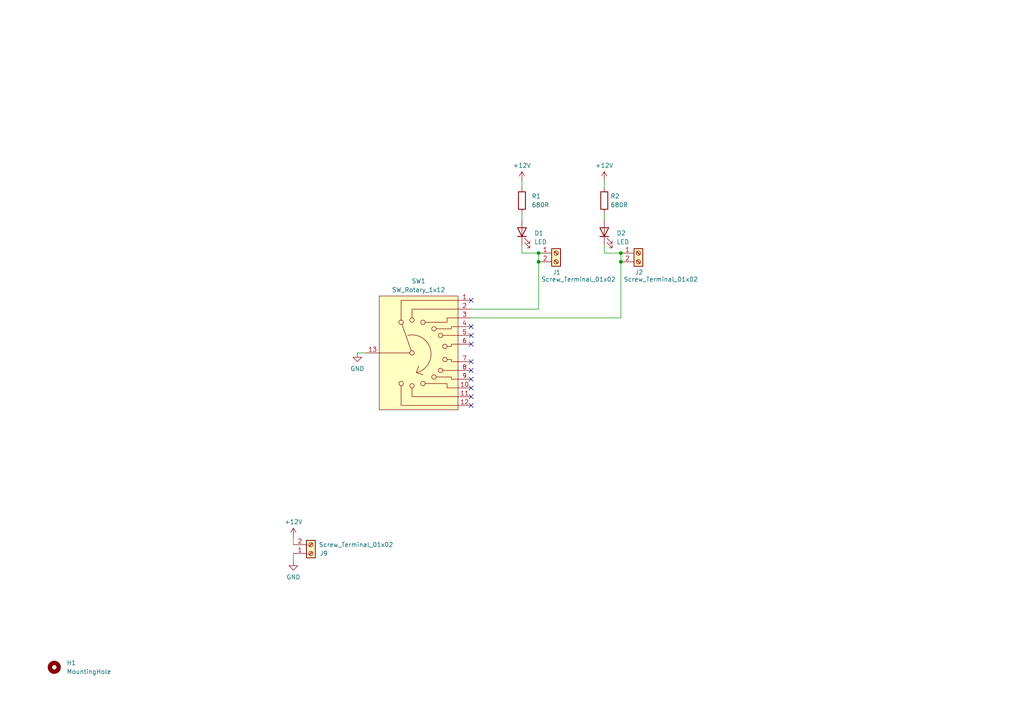
<source format=kicad_sch>
(kicad_sch (version 20250114) (generator "eeschema") (generator_version "9.0")
  (paper "A4")
  (title_block (title "Amp Switcher - 2-way Control Matrix") (date "2025-03-17") (rev "1.0") (comment 3 "SPDX-FileCopyrightText: 2025 Arnaud Ferraris <aferraris@debian.org>") (comment 4 "SPDX-License-Identifier: CERN-OHL-S-2.0+"))
  (lib_symbols
    (symbol "Connector:Screw_Terminal_01x02" (pin_names (offset 1.016) (hide yes))
      (property "Reference" "J" (at 0 2.54 0))
      (property "Value" "Screw_Terminal_01x02" (at 0 -5.08 0))
      (symbol "Screw_Terminal_01x02_1_1"
        (rectangle (start -1.27 1.27) (end 1.27 -3.81) (stroke (width 0.254)) (fill (type background)))
        (polyline (pts (xy -0.5334 0.3302) (xy 0.3302 -0.508)) (stroke (width 0.1524)))
        (polyline (pts (xy -0.5334 -2.2098) (xy 0.3302 -3.048)) (stroke (width 0.1524)))
        (polyline (pts (xy -0.3556 0.508) (xy 0.508 -0.3302)) (stroke (width 0.1524)))
        (polyline (pts (xy -0.3556 -2.032) (xy 0.508 -2.8702)) (stroke (width 0.1524)))
        (circle (center 0 0) (radius 0.635) (stroke (width 0.1524)))
        (circle (center 0 -2.54) (radius 0.635) (stroke (width 0.1524)))
        (pin passive line (at -5.08 0 0) (length 3.81) (name "Pin_1") (number "1"))
        (pin passive line (at -5.08 -2.54 0) (length 3.81) (name "Pin_2") (number "2"))
      )
    )
    (symbol "Device:LED" (pin_numbers (hide yes)) (pin_names (offset 1.016) (hide yes))
      (property "Reference" "D" (at 0 2.54 0))
      (property "Value" "LED" (at 0 -2.54 0))
      (symbol "LED_0_1"
        (polyline (pts (xy -3.048 -0.762) (xy -4.572 -2.286) (xy -3.81 -2.286) (xy -4.572 -2.286) (xy -4.572 -1.524)))
        (polyline (pts (xy -1.778 -0.762) (xy -3.302 -2.286) (xy -2.54 -2.286) (xy -3.302 -2.286) (xy -3.302 -1.524)))
        (polyline (pts (xy -1.27 0) (xy 1.27 0)))
        (polyline (pts (xy -1.27 -1.27) (xy -1.27 1.27)) (stroke (width 0.254)))
        (polyline (pts (xy 1.27 -1.27) (xy 1.27 1.27) (xy -1.27 0) (xy 1.27 -1.27)) (stroke (width 0.254)))
      )
      (symbol "LED_1_1"
        (pin passive line (at -3.81 0 0) (length 2.54) (name "K") (number "1"))
        (pin passive line (at 3.81 0 180) (length 2.54) (name "A") (number "2"))
      )
    )
    (symbol "Device:R" (pin_numbers (hide yes)) (pin_names (offset 0))
      (property "Reference" "R" (at 2.032 0 90))
      (property "Value" "R" (at 0 0 90))
      (symbol "R_0_1"
        (rectangle (start -1.016 -2.54) (end 1.016 2.54) (stroke (width 0.254)))
      )
      (symbol "R_1_1"
        (pin passive line (at 0 3.81 270) (length 1.27) (name "~") (number "1"))
        (pin passive line (at 0 -3.81 90) (length 1.27) (name "~") (number "2"))
      )
    )
    (symbol "Mechanical:MountingHole" (pin_names (offset 1.016)) (exclude_from_sim yes) (in_bom no)
      (property "Reference" "H" (at 0 5.08 0))
      (property "Value" "MountingHole" (at 0 3.175 0))
      (symbol "MountingHole_0_1"
        (circle (center 0 0) (radius 1.27) (stroke (width 1.27)))
      )
    )
    (symbol "Switch:SW_Rotary_1x12" (pin_names (offset 1.016) (hide yes))
      (property "Reference" "SW" (at 0 17.78 0))
      (property "Value" "SW_Rotary_1x12" (at 0 -17.78 0))
      (symbol "SW_Rotary_1x12_0_0"
        (polyline (pts (xy -5.08 9.525) (xy -5.08 15.24) (xy 11.43 15.24)))
        (circle (center -5.08 8.89) (radius 0.635))
        (circle (center -5.08 -8.89) (radius 0.635))
        (polyline (pts (xy -5.08 -9.525) (xy -5.08 -15.24) (xy 11.43 -15.24)))
        (polyline (pts (xy -2.1336 0.6096) (xy -4.826 8.2804)))
        (arc (start -3.175 5.08) (mid 3.4777 0.949) (end -0.635 -5.715))
        (polyline (pts (xy -1.905 10.16) (xy -1.905 12.7) (xy 11.43 12.7)))
        (circle (center -1.905 9.525) (radius 0.635))
        (circle (center -1.905 0) (radius 0.635))
        (circle (center -1.905 -9.525) (radius 0.635))
        (polyline (pts (xy -1.905 -10.16) (xy -1.905 -12.7) (xy 11.43 -12.7)))
        (polyline (pts (xy -0.635 -5.715) (xy 0 -3.81)))
        (polyline (pts (xy -0.635 -5.715) (xy 1.27 -6.35)))
        (circle (center 1.27 8.89) (radius 0.635))
        (circle (center 1.27 -8.89) (radius 0.635))
        (polyline (pts (xy 1.905 8.89) (xy 8.255 8.89) (xy 8.255 10.16) (xy 11.43 10.16)))
        (polyline (pts (xy 1.905 -8.89) (xy 8.255 -8.89) (xy 8.255 -10.16) (xy 11.43 -10.16)))
        (circle (center 4.445 6.985) (radius 0.635))
        (circle (center 4.445 -6.985) (radius 0.635))
        (polyline (pts (xy 5.08 6.985) (xy 9.525 6.985) (xy 9.525 7.62) (xy 11.43 7.62)))
        (polyline (pts (xy 5.08 -6.985) (xy 9.525 -6.985) (xy 9.525 -7.62) (xy 11.43 -7.62)))
        (circle (center 6.35 5.08) (radius 0.635))
        (circle (center 6.35 -5.08) (radius 0.635))
        (polyline (pts (xy 6.985 5.08) (xy 11.43 5.08)))
        (polyline (pts (xy 6.985 -5.08) (xy 11.43 -5.08)))
        (circle (center 7.62 1.905) (radius 0.635))
        (circle (center 7.62 -1.905) (radius 0.635))
        (polyline (pts (xy 8.255 1.905) (xy 9.525 1.905) (xy 9.525 2.54) (xy 11.43 2.54)))
        (polyline (pts (xy 8.255 -1.905) (xy 9.525 -1.905) (xy 9.525 -2.54) (xy 11.43 -2.54)))
      )
      (symbol "SW_Rotary_1x12_1_1"
        (rectangle (start -11.43 16.51) (end 11.43 -16.51) (fill (type background)))
        (polyline (pts (xy -11.43 0) (xy -2.54 0)))
        (pin passive line (at -15.24 0 0) (length 3.81) (name "13") (number "13"))
        (pin passive line (at 15.24 15.24 180) (length 3.81) (name "1") (number "1"))
        (pin passive line (at 15.24 12.7 180) (length 3.81) (name "2") (number "2"))
        (pin passive line (at 15.24 10.16 180) (length 3.81) (name "3") (number "3"))
        (pin passive line (at 15.24 7.62 180) (length 3.81) (name "4") (number "4"))
        (pin passive line (at 15.24 5.08 180) (length 3.81) (name "5") (number "5"))
        (pin passive line (at 15.24 2.54 180) (length 3.81) (name "6") (number "6"))
        (pin passive line (at 15.24 -2.54 180) (length 3.81) (name "7") (number "7"))
        (pin passive line (at 15.24 -5.08 180) (length 3.81) (name "8") (number "8"))
        (pin passive line (at 15.24 -7.62 180) (length 3.81) (name "9") (number "9"))
        (pin passive line (at 15.24 -10.16 180) (length 3.81) (name "10") (number "10"))
        (pin passive line (at 15.24 -12.7 180) (length 3.81) (name "11") (number "11"))
        (pin passive line (at 15.24 -15.24 180) (length 3.81) (name "12") (number "12"))
      )
    )
    (symbol "power:+12V" (power) (pin_numbers (hide yes)) (pin_names (offset 0) (hide yes))
      (property "Value" "+12V" (at 0 3.556 0))
      (symbol "+12V_0_1"
        (polyline (pts (xy -0.762 1.27) (xy 0 2.54)))
        (polyline (pts (xy 0 2.54) (xy 0.762 1.27)))
        (polyline (pts (xy 0 0) (xy 0 2.54)))
      )
      (symbol "+12V_1_1"
        (pin power_in line (at 0 0 90) (length 0) (name "~") (number "1"))
      )
    )
    (symbol "power:GND" (power) (pin_numbers (hide yes)) (pin_names (offset 0) (hide yes))
      (property "Value" "GND" (at 0 -3.81 0))
      (symbol "GND_0_1"
        (polyline (pts (xy 0 0) (xy 0 -1.27) (xy 1.27 -1.27) (xy 0 -2.54) (xy -1.27 -1.27) (xy 0 -1.27)))
      )
      (symbol "GND_1_1"
        (pin power_in line (at 0 0 270) (length 0) (name "~") (number "1"))
      )
    )
  )
  (junction (at 180.086 73.406))
  (junction (at 156.21 73.406))
  (junction (at 180.086 75.946))
  (junction (at 156.21 75.946))
  (no_connect (at 136.652 115.062))
  (no_connect (at 136.652 104.902))
  (no_connect (at 136.652 97.282))
  (no_connect (at 136.652 107.442))
  (no_connect (at 136.652 117.602))
  (no_connect (at 136.652 87.122))
  (no_connect (at 136.652 99.822))
  (no_connect (at 136.652 112.522))
  (no_connect (at 136.652 109.982))
  (no_connect (at 136.652 94.742))
  (wire (pts (xy 151.384 52.324) (xy 151.384 54.356)))
  (wire (pts (xy 85.09 160.528) (xy 85.09 162.814)))
  (wire (pts (xy 180.086 73.406) (xy 180.086 75.946)))
  (wire (pts (xy 136.652 92.202) (xy 180.086 92.202)))
  (wire (pts (xy 156.21 89.662) (xy 156.21 75.946)))
  (wire (pts (xy 175.26 73.406) (xy 180.086 73.406)))
  (wire (pts (xy 175.26 61.976) (xy 175.26 63.5)))
  (wire (pts (xy 151.384 73.406) (xy 156.21 73.406)))
  (wire (pts (xy 175.26 52.324) (xy 175.26 54.356)))
  (wire (pts (xy 156.21 73.406) (xy 156.21 75.946)))
  (wire (pts (xy 151.384 71.12) (xy 151.384 73.406)))
  (wire (pts (xy 136.652 89.662) (xy 156.21 89.662)))
  (wire (pts (xy 175.26 71.12) (xy 175.26 73.406)))
  (wire (pts (xy 151.384 61.976) (xy 151.384 63.5)))
  (wire (pts (xy 180.086 92.202) (xy 180.086 75.946)))
  (wire (pts (xy 103.632 102.362) (xy 106.172 102.362)))
  (wire (pts (xy 85.09 155.702) (xy 85.09 157.988)))
  (symbol (lib_id "Connector:Screw_Terminal_01x02") (at 90.17 160.528 0) (mirror x) (unit 1)
    (property "Reference" "J9" (at 92.71 160.528 0) (effects (justify left)))
    (property "Value" "Screw_Terminal_01x02" (at 92.456 157.988 0) (effects (justify left)))
    (property "Footprint" "TerminalBlock:TerminalBlock_bornier-2_P5.08mm" (effects (hide yes)))
    (property "Description" "Generic screw terminal, single row, 01x02, script generated (kicad-library-utils/schlib/autogen/connector/)" (effects (hide yes)))
  )
  (symbol (lib_id "Connector:Screw_Terminal_01x02") (at 161.29 73.406 0) (unit 1)
    (property "Reference" "J1" (at 160.274 78.994 0) (effects (justify left)))
    (property "Value" "Screw_Terminal_01x02" (at 156.972 81.026 0) (effects (justify left)))
    (property "Footprint" "TerminalBlock:TerminalBlock_bornier-2_P5.08mm" (effects (hide yes)))
    (property "Description" "Generic screw terminal, single row, 01x02, script generated (kicad-library-utils/schlib/autogen/connector/)" (effects (hide yes)))
  )
  (symbol (lib_id "Switch:SW_Rotary_1x12") (at 121.412 102.362 0) (unit 1)
    (property "Reference" "SW1" (at 121.412 81.534 0))
    (property "Value" "SW_Rotary_1x12" (at 121.412 84.074 0))
    (property "Footprint" "Personal_Footprints:CK1059" (effects (hide yes)))
    (property "Datasheet" "http://cdn-reichelt.de/documents/datenblatt/C200/DS-Serie%23LOR.pdf" (effects (hide yes)))
    (property "Description" "rotary switch with 12 positions" (effects (hide yes)))
  )
  (symbol (lib_id "Connector:Screw_Terminal_01x02") (at 185.166 73.406 0) (unit 1)
    (property "Reference" "J2" (at 184.15 78.994 0) (effects (justify left)))
    (property "Value" "Screw_Terminal_01x02" (at 180.848 81.026 0) (effects (justify left)))
    (property "Footprint" "TerminalBlock:TerminalBlock_bornier-2_P5.08mm" (effects (hide yes)))
    (property "Description" "Generic screw terminal, single row, 01x02, script generated (kicad-library-utils/schlib/autogen/connector/)" (effects (hide yes)))
  )
  (symbol (lib_id "power:GND") (at 103.632 102.362 0) (unit 1)
    (property "Reference" "#PWR02" (effects (hide yes)))
    (property "Value" "GND" (at 103.632 106.934 0))
    (property "Description" "Power symbol creates a global label with name \"GND\" , ground" (effects (hide yes)))
  )
  (symbol (lib_id "Device:LED") (at 175.26 67.31 90) (unit 1)
    (property "Reference" "D2" (at 178.816 67.6274 90) (effects (justify right)))
    (property "Value" "LED" (at 178.816 70.1674 90) (effects (justify right)))
    (property "Footprint" "LED_THT:LED_D3.0mm" (effects (hide yes)))
    (property "Description" "Light emitting diode" (effects (hide yes)))
    (property "Sim.Pins" "1=K 2=A" (effects (hide yes)))
  )
  (symbol (lib_id "power:+12V") (at 151.384 52.324 0) (unit 1)
    (property "Reference" "#PWR01" (effects (hide yes)))
    (property "Value" "+12V" (at 151.384 48.006 0))
    (property "Description" "Power symbol creates a global label with name \"+12V\"" (effects (hide yes)))
  )
  (symbol (lib_id "power:+12V") (at 85.09 155.702 0) (unit 1)
    (property "Reference" "#PWR010" (effects (hide yes)))
    (property "Value" "+12V" (at 85.09 151.384 0))
    (property "Description" "Power symbol creates a global label with name \"+12V\"" (effects (hide yes)))
  )
  (symbol (lib_id "Device:LED") (at 151.384 67.31 90) (unit 1)
    (property "Reference" "D1" (at 154.94 67.6274 90) (effects (justify right)))
    (property "Value" "LED" (at 154.94 70.1674 90) (effects (justify right)))
    (property "Footprint" "LED_THT:LED_D3.0mm" (effects (hide yes)))
    (property "Description" "Light emitting diode" (effects (hide yes)))
    (property "Sim.Pins" "1=K 2=A" (effects (hide yes)))
  )
  (symbol (lib_id "power:GND") (at 85.09 162.814 0) (unit 1)
    (property "Reference" "#PWR011" (effects (hide yes)))
    (property "Value" "GND" (at 85.09 167.386 0))
    (property "Description" "Power symbol creates a global label with name \"GND\" , ground" (effects (hide yes)))
  )
  (symbol (lib_id "Device:R") (at 151.384 58.166 0) (unit 1)
    (property "Reference" "R1" (at 154.178 56.8959 0) (effects (justify left)))
    (property "Value" "680R" (at 154.178 59.4359 0) (effects (justify left)))
    (property "Footprint" "Resistor_THT:R_Axial_DIN0207_L6.3mm_D2.5mm_P7.62mm_Horizontal" (effects (hide yes)))
    (property "Description" "Resistor" (effects (hide yes)))
  )
  (symbol (lib_id "Device:R") (at 175.26 58.166 0) (unit 1)
    (property "Reference" "R2" (at 177.038 56.8959 0) (effects (justify left)))
    (property "Value" "680R" (at 177.038 59.4359 0) (effects (justify left)))
    (property "Footprint" "Resistor_THT:R_Axial_DIN0207_L6.3mm_D2.5mm_P7.62mm_Horizontal" (effects (hide yes)))
    (property "Description" "Resistor" (effects (hide yes)))
  )
  (symbol (lib_id "power:+12V") (at 175.26 52.324 0) (unit 1)
    (property "Reference" "#PWR03" (effects (hide yes)))
    (property "Value" "+12V" (at 175.26 48.006 0))
    (property "Description" "Power symbol creates a global label with name \"+12V\"" (effects (hide yes)))
  )
  (symbol (lib_id "Mechanical:MountingHole") (at 15.748 193.548 0) (unit 1) (exclude_from_sim yes) (in_bom no)
    (property "Reference" "H1" (at 19.304 192.2779 0) (effects (justify left)))
    (property "Value" "MountingHole" (at 19.304 194.8179 0) (effects (justify left)))
    (property "Footprint" "MountingHole:MountingHole_3.2mm_M3" (effects (hide yes)))
    (property "Description" "Mounting Hole without connection" (effects (hide yes)))
  )
)
</source>
